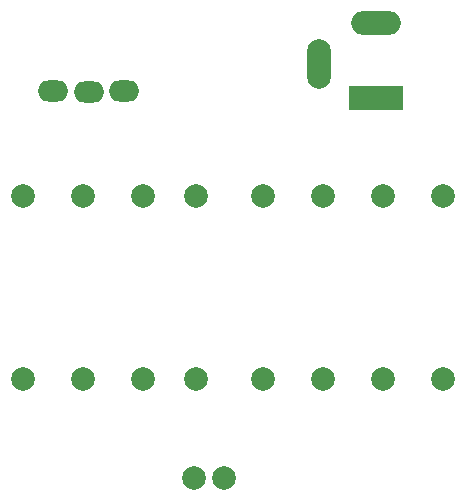
<source format=gbr>
%TF.GenerationSoftware,KiCad,Pcbnew,6.0.0*%
%TF.CreationDate,2022-01-23T12:17:06+01:00*%
%TF.ProjectId,pcb,7063622e-6b69-4636-9164-5f7063625858,1.0*%
%TF.SameCoordinates,Original*%
%TF.FileFunction,Soldermask,Bot*%
%TF.FilePolarity,Negative*%
%FSLAX46Y46*%
G04 Gerber Fmt 4.6, Leading zero omitted, Abs format (unit mm)*
G04 Created by KiCad (PCBNEW 6.0.0) date 2022-01-23 12:17:06*
%MOMM*%
%LPD*%
G01*
G04 APERTURE LIST*
%ADD10C,2.000000*%
%ADD11O,2.600000X1.800000*%
%ADD12R,4.600000X2.000000*%
%ADD13O,4.200000X2.000000*%
%ADD14O,2.000000X4.200000*%
G04 APERTURE END LIST*
D10*
%TO.C,R2*%
X171891956Y-94613478D03*
X171891956Y-110113478D03*
%TD*%
%TO.C,R7*%
X146491956Y-94613478D03*
X146491956Y-110113478D03*
%TD*%
%TO.C,R6*%
X151571956Y-94613478D03*
X151571956Y-110113478D03*
%TD*%
D11*
%TO.C,S0*%
X144001956Y-85675978D03*
X146999456Y-85735978D03*
X150000000Y-85728478D03*
%TD*%
D10*
%TO.C,R4*%
X161731956Y-94613478D03*
X161731956Y-110113478D03*
%TD*%
%TO.C,R8*%
X141411956Y-94613478D03*
X141411956Y-110113478D03*
%TD*%
%TO.C,R3*%
X166811956Y-94613478D03*
X166811956Y-110113478D03*
%TD*%
D12*
%TO.C,J2*%
X171311956Y-86268478D03*
D13*
X171311956Y-79968478D03*
D14*
X166511956Y-83368478D03*
%TD*%
D10*
%TO.C,R1*%
X176971956Y-110113478D03*
X176971956Y-94613478D03*
%TD*%
%TO.C,R5*%
X156101156Y-94613478D03*
X156101156Y-110113478D03*
%TD*%
%TO.C,J1*%
X155894956Y-118473478D03*
X158434956Y-118473478D03*
%TD*%
M02*

</source>
